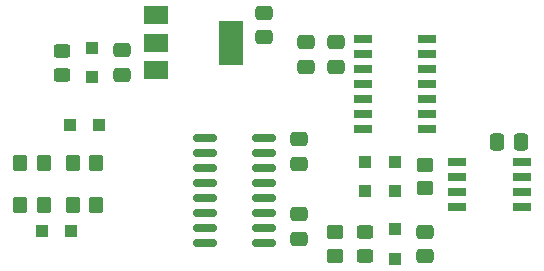
<source format=gtp>
%TF.GenerationSoftware,KiCad,Pcbnew,(6.0.2)*%
%TF.CreationDate,2022-08-31T11:18:45+12:00*%
%TF.ProjectId,webasto_heater_controller,77656261-7374-46f5-9f68-65617465725f,1.0*%
%TF.SameCoordinates,Original*%
%TF.FileFunction,Paste,Top*%
%TF.FilePolarity,Positive*%
%FSLAX46Y46*%
G04 Gerber Fmt 4.6, Leading zero omitted, Abs format (unit mm)*
G04 Created by KiCad (PCBNEW (6.0.2)) date 2022-08-31 11:18:45*
%MOMM*%
%LPD*%
G01*
G04 APERTURE LIST*
G04 Aperture macros list*
%AMRoundRect*
0 Rectangle with rounded corners*
0 $1 Rounding radius*
0 $2 $3 $4 $5 $6 $7 $8 $9 X,Y pos of 4 corners*
0 Add a 4 corners polygon primitive as box body*
4,1,4,$2,$3,$4,$5,$6,$7,$8,$9,$2,$3,0*
0 Add four circle primitives for the rounded corners*
1,1,$1+$1,$2,$3*
1,1,$1+$1,$4,$5*
1,1,$1+$1,$6,$7*
1,1,$1+$1,$8,$9*
0 Add four rect primitives between the rounded corners*
20,1,$1+$1,$2,$3,$4,$5,0*
20,1,$1+$1,$4,$5,$6,$7,0*
20,1,$1+$1,$6,$7,$8,$9,0*
20,1,$1+$1,$8,$9,$2,$3,0*%
G04 Aperture macros list end*
%ADD10RoundRect,0.250000X-0.450000X0.350000X-0.450000X-0.350000X0.450000X-0.350000X0.450000X0.350000X0*%
%ADD11R,1.550000X0.650000*%
%ADD12R,2.000000X1.500000*%
%ADD13R,2.000000X3.800000*%
%ADD14R,1.000000X1.000000*%
%ADD15RoundRect,0.250000X-0.475000X0.337500X-0.475000X-0.337500X0.475000X-0.337500X0.475000X0.337500X0*%
%ADD16R,1.500000X0.650000*%
%ADD17RoundRect,0.250000X0.450000X-0.350000X0.450000X0.350000X-0.450000X0.350000X-0.450000X-0.350000X0*%
%ADD18RoundRect,0.250000X0.350000X0.450000X-0.350000X0.450000X-0.350000X-0.450000X0.350000X-0.450000X0*%
%ADD19RoundRect,0.250000X0.337500X0.475000X-0.337500X0.475000X-0.337500X-0.475000X0.337500X-0.475000X0*%
%ADD20RoundRect,0.250000X0.450000X-0.325000X0.450000X0.325000X-0.450000X0.325000X-0.450000X-0.325000X0*%
%ADD21RoundRect,0.150000X-0.825000X-0.150000X0.825000X-0.150000X0.825000X0.150000X-0.825000X0.150000X0*%
%ADD22RoundRect,0.250000X0.475000X-0.337500X0.475000X0.337500X-0.475000X0.337500X-0.475000X-0.337500X0*%
%ADD23RoundRect,0.250000X-0.350000X-0.450000X0.350000X-0.450000X0.350000X0.450000X-0.350000X0.450000X0*%
G04 APERTURE END LIST*
D10*
%TO.C,R6*%
X152645000Y-97525000D03*
X152645000Y-99525000D03*
%TD*%
D11*
%TO.C,U3*%
X163025000Y-91595000D03*
X163025000Y-92865000D03*
X163025000Y-94135000D03*
X163025000Y-95405000D03*
X168475000Y-95405000D03*
X168475000Y-94135000D03*
X168475000Y-92865000D03*
X168475000Y-91595000D03*
%TD*%
D12*
%TO.C,U1*%
X137530000Y-79190000D03*
D13*
X143830000Y-81490000D03*
D12*
X137530000Y-81490000D03*
X137530000Y-83790000D03*
%TD*%
D14*
%TO.C,D2*%
X130195000Y-88500000D03*
X132695000Y-88500000D03*
%TD*%
D15*
%TO.C,C6*%
X149595000Y-89677500D03*
X149595000Y-91752500D03*
%TD*%
D14*
%TO.C,D6*%
X157725000Y-97275000D03*
X157725000Y-99775000D03*
%TD*%
D15*
%TO.C,C4*%
X150210000Y-81462500D03*
X150210000Y-83537500D03*
%TD*%
D14*
%TO.C,D1*%
X132080000Y-84435000D03*
X132080000Y-81935000D03*
%TD*%
D16*
%TO.C,U2*%
X155050000Y-81190000D03*
X155050000Y-82460000D03*
X155050000Y-83730000D03*
X155050000Y-85000000D03*
X155050000Y-86270000D03*
X155050000Y-87540000D03*
X155050000Y-88810000D03*
X160450000Y-88810000D03*
X160450000Y-87540000D03*
X160450000Y-86270000D03*
X160450000Y-85000000D03*
X160450000Y-83730000D03*
X160450000Y-82460000D03*
X160450000Y-81190000D03*
%TD*%
D17*
%TO.C,R5*%
X160265000Y-93810000D03*
X160265000Y-91810000D03*
%TD*%
D18*
%TO.C,R4*%
X132445000Y-95250000D03*
X130445000Y-95250000D03*
%TD*%
D19*
%TO.C,C5*%
X168437500Y-89900000D03*
X166362500Y-89900000D03*
%TD*%
D20*
%TO.C,F1*%
X129540000Y-84210000D03*
X129540000Y-82160000D03*
%TD*%
D14*
%TO.C,D5*%
X155185000Y-91560000D03*
X155185000Y-94060000D03*
%TD*%
D20*
%TO.C,D7*%
X155185000Y-99550000D03*
X155185000Y-97500000D03*
%TD*%
D15*
%TO.C,C2*%
X146685000Y-78972500D03*
X146685000Y-81047500D03*
%TD*%
D14*
%TO.C,D4*%
X157725000Y-94060000D03*
X157725000Y-91560000D03*
%TD*%
D15*
%TO.C,C3*%
X152750000Y-81462500D03*
X152750000Y-83537500D03*
%TD*%
D18*
%TO.C,R3*%
X132445000Y-91675000D03*
X130445000Y-91675000D03*
%TD*%
D21*
%TO.C,U4*%
X141670000Y-89535000D03*
X141670000Y-90805000D03*
X141670000Y-92075000D03*
X141670000Y-93345000D03*
X141670000Y-94615000D03*
X141670000Y-95885000D03*
X141670000Y-97155000D03*
X141670000Y-98425000D03*
X146620000Y-98425000D03*
X146620000Y-97155000D03*
X146620000Y-95885000D03*
X146620000Y-94615000D03*
X146620000Y-93345000D03*
X146620000Y-92075000D03*
X146620000Y-90805000D03*
X146620000Y-89535000D03*
%TD*%
D15*
%TO.C,C8*%
X160265000Y-97487500D03*
X160265000Y-99562500D03*
%TD*%
D22*
%TO.C,C1*%
X134620000Y-84222500D03*
X134620000Y-82147500D03*
%TD*%
D23*
%TO.C,R2*%
X126000000Y-95250000D03*
X128000000Y-95250000D03*
%TD*%
D22*
%TO.C,C7*%
X149595000Y-98102500D03*
X149595000Y-96027500D03*
%TD*%
D14*
%TO.C,D3*%
X130350000Y-97400000D03*
X127850000Y-97400000D03*
%TD*%
D23*
%TO.C,R1*%
X126000000Y-91675000D03*
X128000000Y-91675000D03*
%TD*%
M02*

</source>
